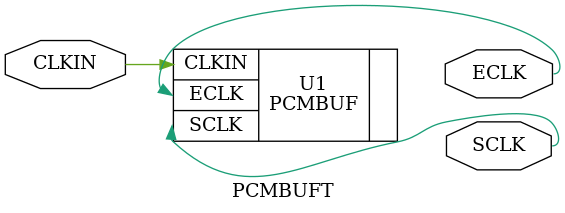
<source format=v>
`resetall
`timescale 1 ns / 1 ps

`celldefine

module PCMBUFT (CLKIN, ECLK, SCLK);
   input  CLKIN;
   output ECLK, SCLK;

   wire  CLKIN;
   wire  ECLK, SCLK;

   PCMBUF  U1  (.CLKIN(CLKIN), .ECLK(ECLK), .SCLK(SCLK) );
   

endmodule

`endcelldefine

</source>
